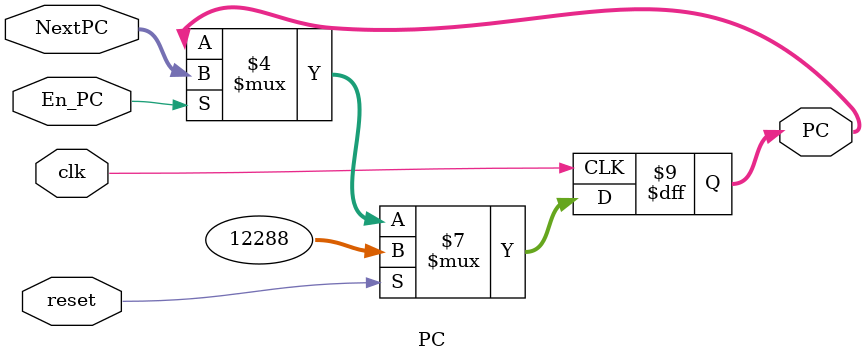
<source format=v>
`timescale 1ns / 1ps
`default_nettype none
module PC(
	input wire clk,
	input wire reset,
	input wire [31:0] NextPC,
	input wire En_PC,
	output reg [31:0] PC
    );
	
	initial begin
		PC = 32'h00003000;
	end
	
	always @(posedge clk) begin
		if (reset == 1'b1) begin
			PC <= 32'h00003000;
		end
		else begin
			if (En_PC) begin
				PC <= NextPC;
			end
		end
	end

endmodule

</source>
